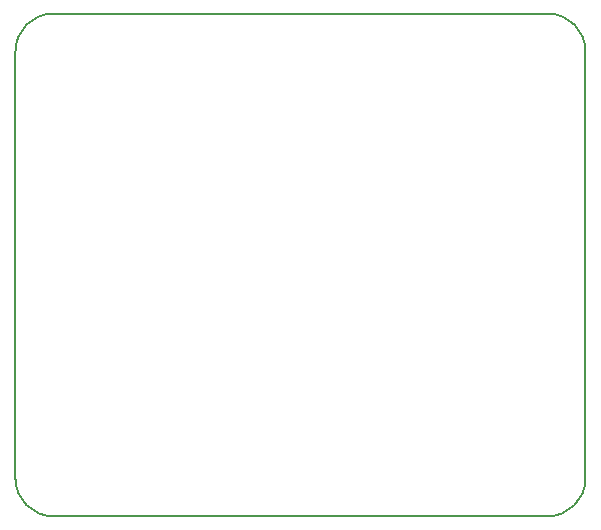
<source format=gbr>
G04 #@! TF.GenerationSoftware,KiCad,Pcbnew,(5.0.2)-1*
G04 #@! TF.CreationDate,2019-01-10T10:17:45+01:00*
G04 #@! TF.ProjectId,ATtiny44_DevBoard,41547469-6e79-4343-945f-446576426f61,rev?*
G04 #@! TF.SameCoordinates,Original*
G04 #@! TF.FileFunction,Profile,NP*
%FSLAX46Y46*%
G04 Gerber Fmt 4.6, Leading zero omitted, Abs format (unit mm)*
G04 Created by KiCad (PCBNEW (5.0.2)-1) date 10/01/2019 10:17:45*
%MOMM*%
%LPD*%
G01*
G04 APERTURE LIST*
%ADD10C,0.150000*%
%ADD11C,0.200000*%
G04 APERTURE END LIST*
D10*
X127381000Y-69977000D02*
X169291000Y-69977000D01*
X124206000Y-109347000D02*
X124206000Y-73152000D01*
X169291000Y-112522000D02*
X127381000Y-112522000D01*
X172466000Y-73152000D02*
X172466000Y-109347000D01*
D11*
X127381000Y-112522000D02*
G75*
G02X124206000Y-109347000I0J3175000D01*
G01*
X172466000Y-109347000D02*
G75*
G02X169291000Y-112522000I-3175000J0D01*
G01*
X169291000Y-69977000D02*
G75*
G02X172466000Y-73152000I0J-3175000D01*
G01*
X124206000Y-73152000D02*
G75*
G02X127381000Y-69977000I3175000J0D01*
G01*
M02*

</source>
